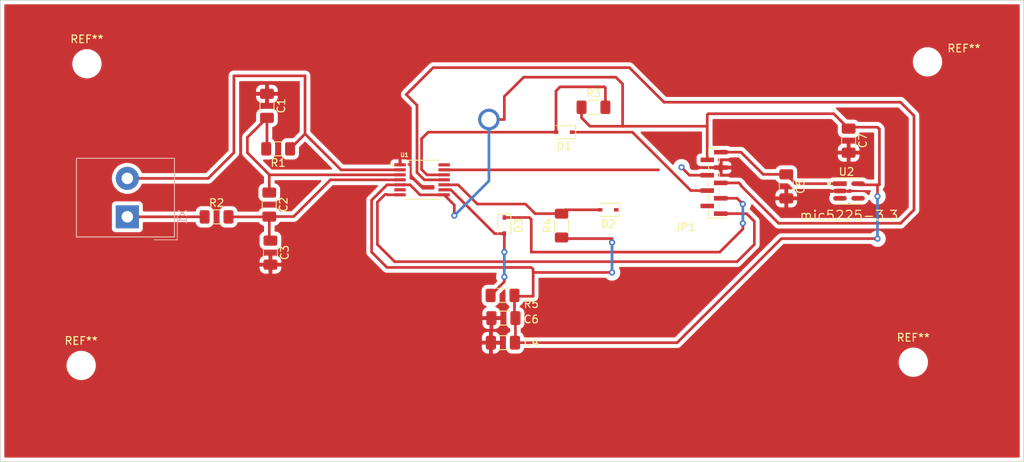
<source format=kicad_pcb>
(kicad_pcb (version 20211014) (generator pcbnew)
  (title_block (title "Thermocouple Amplifier ") (date "2022-08-03") (rev "0.0.0") (company "FirstLink Consulting Services") (comment 1 "I do not know what I  am doing "))
  (layers (0 "F.Cu" signal) (31 "B.Cu" signal) (34 "B.Paste" user) (35 "F.Paste" user) (36 "B.SilkS" user "B.Silkscreen") (37 "F.SilkS" user "F.Silkscreen") (38 "B.Mask" user) (39 "F.Mask" user) (44 "Edge.Cuts" user))
  (net 0 "")
  (net 1 "Net-(C1-Pad2)")
  (net 2 "Net-(C2-Pad2)")
  (net 3 "+3V3")
  (net 4 "VDD")
  (net 5 "Net-(D1-Pad1)")
  (net 6 "Net-(D1-Pad2)")
  (net 7 "Net-(D2-Pad1)")
  (net 8 "Net-(D2-Pad2)")
  (net 9 "Net-(D3-Pad1)")
  (net 10 "Net-(D3-Pad2)")
  (net 11 "/DRDY")
  (net 12 "Net-(JP1-Pad2)")
  (net 13 "Net-(JP1-Pad5)")
  (net 14 "Net-(R1-Pad1)")
  (net 15 "Net-(R2-Pad1)")
  (net 16 "GNDD")
  (footprint "Capacitor_SMD:C_1206_3216Metric_Pad1.33x1.80mm_HandSolder" (layer "F.Cu") (at 184.15 109.2 -90)
    (fp_text reference "C5" (at 0 -1.85 90) (layer "F.SilkS"))
    (fp_text value "10uF")
    (fp_line (start -0.711252 0.91) (end 0.711252 0.91) (layer "F.SilkS") (width 0.12))
    (fp_line (start -0.711252 -0.91) (end 0.711252 -0.91) (layer "F.SilkS") (width 0.12))
    (pad "1" smd roundrect (at -1.5625 0 270) (size 1.325 1.8) (layers "F.Cu" "F.Paste" "F.Mask") (roundrect_rratio 0.188679) (net 4 "VDD"))
    (pad "2" smd roundrect (at 1.5625 0 270) (size 1.325 1.8) (layers "F.Cu" "F.Paste" "F.Mask") (roundrect_rratio 0.188679) (net 16 "GNDD"))
  )
  (footprint "Capacitor_SMD:C_1206_3216Metric_Pad1.33x1.80mm_HandSolder" (layer "F.Cu") (at 117.1 117.82 -90)
    (fp_text reference "C3" (at 0 -1.85 90) (layer "F.SilkS"))
    (fp_text value "0.01uF")
    (fp_line (start -0.711252 -0.91) (end 0.711252 -0.91) (layer "F.SilkS") (width 0.12))
    (fp_line (start -0.711252 0.91) (end 0.711252 0.91) (layer "F.SilkS") (width 0.12))
    (pad "1" smd roundrect (at -1.5625 0 270) (size 1.325 1.8) (layers "F.Cu" "F.Paste" "F.Mask") (roundrect_rratio 0.188679) (net 2 "Net-(C2-Pad2)"))
    (pad "2" smd roundrect (at 1.5625 0 270) (size 1.325 1.8) (layers "F.Cu" "F.Paste" "F.Mask") (roundrect_rratio 0.188679) (net 16 "GNDD"))
  )
  (footprint "Resistor_SMD:R_1206_3216Metric_Pad1.30x1.75mm_HandSolder" (layer "F.Cu") (at 118.1 104.32 180)
    (fp_text reference "R1" (at 0 -1.82) (layer "F.SilkS"))
    (fp_text value "100")
    (fp_line (start -0.727064 0.91) (end 0.727064 0.91) (layer "F.SilkS") (width 0.12))
    (fp_line (start -0.727064 -0.91) (end 0.727064 -0.91) (layer "F.SilkS") (width 0.12))
    (pad "1" smd roundrect (at -1.55 0 180) (size 1.3 1.75) (layers "F.Cu" "F.Paste" "F.Mask") (roundrect_rratio 0.192308) (net 14 "Net-(R1-Pad1)"))
    (pad "2" smd roundrect (at 1.55 0 180) (size 1.3 1.75) (layers "F.Cu" "F.Paste" "F.Mask") (roundrect_rratio 0.192308) (net 1 "Net-(C1-Pad2)"))
  )
  (footprint "Connector_PinHeader_1.00mm:PinHeader_1x09_P1.00mm_Vertical_SMD_Pin1Left" (layer "F.Cu") (at 174.75 108.75 180)
    (fp_text reference "JP1" (at 3.75 -5.75) (layer "F.SilkS"))
    (fp_text value "HEADER-1X970MIL")
    (fp_line (start -0.695 -4.56) (end -1.69 -4.56) (layer "F.SilkS") (width 0.12))
    (fp_line (start -0.695 -4.56) (end -0.695 -4.56) (layer "F.SilkS") (width 0.12))
    (fp_line (start -0.695 2.56) (end -0.695 3.44) (layer "F.SilkS") (width 0.12))
    (fp_line (start -0.695 -3.44) (end -0.695 -2.56) (layer "F.SilkS") (width 0.12))
    (fp_line (start 0.695 4.56) (end 0.695 4.56) (layer "F.SilkS") (width 0.12))
    (fp_line (start 0.695 -2.44) (end 0.695 -1.56) (layer "F.SilkS") (width 0.12))
    (fp_line (start 0.695 -0.44) (end 0.695 0.44) (layer "F.SilkS") (width 0.12))
    (fp_line (start 0.695 -4.56) (end 0.695 -3.56) (layer "F.SilkS") (width 0.12))
    (fp_line (start -0.695 0.56) (end -0.695 1.44) (layer "F.SilkS") (width 0.12))
    (fp_line (start -0.695 -4.56) (end 0.695 -4.56) (layer "F.SilkS") (width 0.12))
    (fp_line (start 0.695 3.56) (end 0.695 4.56) (layer "F.SilkS") (width 0.12))
    (fp_line (start -0.695 4.56) (end 0.695 4.56) (layer "F.SilkS") (width 0.12))
    (fp_line (start 0.695 1.56) (end 0.695 2.44) (layer "F.SilkS") (width 0.12))
    (fp_line (start -0.695 -1.44) (end -0.695 -0.56) (layer "F.SilkS") (width 0.12))
    (pad "1" smd rect (at -0.875 -4 180) (size 1.75 0.6) (layers "F.Cu" "F.Paste" "F.Mask") (net 11 "/DRDY"))
    (pad "2" smd rect (at 0.875 1 180) (size 1.75 0.6) (layers "F.Cu" "F.Paste" "F.Mask") (net 12 "Net-(JP1-Pad2)"))
    (pad "3" smd rect (at -0.875 -2 180) (size 1.75 0.6) (layers "F.Cu" "F.Paste" "F.Mask") (net 9 "Net-(D3-Pad1)"))
    (pad "4" smd rect (at 0.875 -1 180) (size 1.75 0.6) (layers "F.Cu" "F.Paste" "F.Mask") (net 5 "Net-(D1-Pad1)"))
    (pad "5" smd rect (at -0.875 0 180) (size 1.75 0.6) (layers "F.Cu" "F.Paste" "F.Mask") (net 13 "Net-(JP1-Pad5)"))
    (pad "6" smd rect (at 0.875 -3 180) (size 1.75 0.6) (layers "F.Cu" "F.Paste" "F.Mask") (net 7 "Net-(D2-Pad1)"))
    (pad "7" smd rect (at -0.875 2 180) (size 1.75 0.6) (layers "F.Cu" "F.Paste" "F.Mask") (net 16 "GNDD"))
    (pad "8" smd rect (at 0.875 3 180) (size 1.75 0.6) (layers "F.Cu" "F.Paste" "F.Mask") (net 3 "+3V3"))
    (pad "9" smd rect (at -0.875 4 180) (size 1.75 0.6) (layers "F.Cu" "F.Paste" "F.Mask") (net 4 "VDD"))
  )
  (footprint "MountingHole:MountingHole_2.1mm" (layer "F.Cu") (at 200.66 132.08)
    (fp_text reference "REF**" (at 0 -3.2) (layer "F.SilkS"))
    (fp_text value "MountingHole_2.1mm")
    (pad "" np_thru_hole circle (at 0 0) (size 2.1 2.1) (drill 2.1) (layers *.Cu *.Mask))
  )
  (footprint "MountingHole:MountingHole_2.1mm" (layer "F.Cu") (at 93.25 93.25)
    (fp_text reference "REF**" (at 0 -3.2) (layer "F.SilkS"))
    (fp_text value "MountingHole_2.1mm")
    (pad "" np_thru_hole circle (at 0 0) (size 2.1 2.1) (drill 2.1) (layers *.Cu *.Mask))
    (pad "" np_thru_hole circle (at 0 0) (size 2.1 2.1) (drill 2.1) (layers *.Cu *.Mask))
  )
  (footprint "Diode_SMD:D_SOD-323" (layer "F.Cu") (at 147.5 114.3 -90)
    (fp_text reference "D3" (at 0 -1.85 90) (layer "F.SilkS"))
    (fp_text value "1N4148")
    (fp_line (start -1.5 0.85) (end 1.05 0.85) (layer "F.SilkS") (width 0.12))
    (fp_line (start -1.5 -0.85) (end 1.05 -0.85) (layer "F.SilkS") (width 0.12))
    (fp_line (start -1.5 -0.85) (end -1.5 0.85) (layer "F.SilkS") (width 0.12))
    (pad "1" smd rect (at -1.05 0 270) (size 0.6 0.45) (layers "F.Cu" "F.Paste" "F.Mask") (net 9 "Net-(D3-Pad1)"))
    (pad "2" smd rect (at 1.05 0 270) (size 0.6 0.45) (layers "F.Cu" "F.Paste" "F.Mask") (net 10 "Net-(D3-Pad2)"))
  )
  (footprint "MountingHole:MountingHole_2.1mm" (layer "F.Cu") (at 92.5 132.5)
    (fp_text reference "REF**" (at 0 -3.2) (layer "F.SilkS"))
    (fp_text value "MountingHole_2.1mm")
    (pad "" np_thru_hole circle (at 0 0) (size 2.1 2.1) (drill 2.1) (layers *.Cu *.Mask))
  )
  (footprint "Resistor_SMD:R_1206_3216Metric_Pad1.30x1.75mm_HandSolder" (layer "F.Cu") (at 110.1 113.17)
    (fp_text reference "R2" (at 0 -1.82) (layer "F.SilkS"))
    (fp_text value "100")
    (fp_line (start -0.727064 -0.91) (end 0.727064 -0.91) (layer "F.SilkS") (width 0.12))
    (fp_line (start -0.727064 0.91) (end 0.727064 0.91) (layer "F.SilkS") (width 0.12))
    (pad "1" smd roundrect (at -1.55 0) (size 1.3 1.75) (layers "F.Cu" "F.Paste" "F.Mask") (roundrect_rratio 0.192308) (net 15 "Net-(R2-Pad1)"))
    (pad "2" smd roundrect (at 1.55 0) (size 1.3 1.75) (layers "F.Cu" "F.Paste" "F.Mask") (roundrect_rratio 0.192308) (net 2 "Net-(C2-Pad2)"))
  )
  (footprint "Capacitor_SMD:C_1206_3216Metric_Pad1.33x1.80mm_HandSolder" (layer "F.Cu") (at 116.65 98.72 -90)
    (fp_text reference "C1" (at 0 -1.85 90) (layer "F.SilkS"))
    (fp_text value "0.01uF")
    (fp_line (start -0.711252 -0.91) (end 0.711252 -0.91) (layer "F.SilkS") (width 0.12))
    (fp_line (start -0.711252 0.91) (end 0.711252 0.91) (layer "F.SilkS") (width 0.12))
    (pad "1" smd roundrect (at -1.5625 0 270) (size 1.325 1.8) (layers "F.Cu" "F.Paste" "F.Mask") (roundrect_rratio 0.188679) (net 16 "GNDD"))
    (pad "2" smd roundrect (at 1.5625 0 270) (size 1.325 1.8) (layers "F.Cu" "F.Paste" "F.Mask") (roundrect_rratio 0.188679) (net 1 "Net-(C1-Pad2)"))
  )
  (footprint "Capacitor_SMD:C_1206_3216Metric_Pad1.33x1.80mm_HandSolder" (layer "F.Cu") (at 147.3825 126.34 180)
    (fp_text reference "C6" (at -3.6175 -0.16) (layer "F.SilkS"))
    (fp_text value "0.1uF")
    (fp_line (start -0.711252 0.91) (end 0.711252 0.91) (layer "F.SilkS") (width 0.12))
    (fp_line (start -0.711252 -0.91) (end 0.711252 -0.91) (layer "F.SilkS") (width 0.12))
    (pad "1" smd roundrect (at -1.5625 0 180) (size 1.325 1.8) (layers "F.Cu" "F.Paste" "F.Mask") (roundrect_rratio 0.188679) (net 3 "+3V3"))
    (pad "2" smd roundrect (at 1.5625 0 180) (size 1.325 1.8) (layers "F.Cu" "F.Paste" "F.Mask") (roundrect_rratio 0.188679) (net 16 "GNDD"))
  )
  (footprint "Capacitor_SMD:C_1206_3216Metric_Pad1.33x1.80mm_HandSolder" (layer "F.Cu") (at 147.32 129.54 180)
    (fp_text reference "C4" (at -3.68 0.04) (layer "F.SilkS"))
    (fp_text value "0.1uF")
    (fp_line (start -0.711252 -0.91) (end 0.711252 -0.91) (layer "F.SilkS") (width 0.12))
    (fp_line (start -0.711252 0.91) (end 0.711252 0.91) (layer "F.SilkS") (width 0.12))
    (pad "1" smd roundrect (at -1.5625 0 180) (size 1.325 1.8) (layers "F.Cu" "F.Paste" "F.Mask") (roundrect_rratio 0.188679) (net 3 "+3V3"))
    (pad "2" smd roundrect (at 1.5625 0 180) (size 1.325 1.8) (layers "F.Cu" "F.Paste" "F.Mask") (roundrect_rratio 0.188679) (net 16 "GNDD"))
  )
  (footprint "Capacitor_SMD:C_1206_3216Metric_Pad1.33x1.80mm_HandSolder" (layer "F.Cu") (at 192.25 103.25 -90)
    (fp_text reference "C7" (at 0 -1.85 90) (layer "F.SilkS"))
    (fp_text value "10uF")
    (fp_line (start -0.711252 0.91) (end 0.711252 0.91) (layer "F.SilkS") (width 0.12))
    (fp_line (start -0.711252 -0.91) (end 0.711252 -0.91) (layer "F.SilkS") (width 0.12))
    (pad "1" smd roundrect (at -1.5625 0 270) (size 1.325 1.8) (layers "F.Cu" "F.Paste" "F.Mask") (roundrect_rratio 0.188679) (net 3 "+3V3"))
    (pad "2" smd roundrect (at 1.5625 0 270) (size 1.325 1.8) (layers "F.Cu" "F.Paste" "F.Mask") (roundrect_rratio 0.188679) (net 16 "GNDD"))
  )
  (footprint "Resistor_SMD:R_1206_3216Metric_Pad1.30x1.75mm_HandSolder" (layer "F.Cu") (at 159.09 98.91)
    (fp_text reference "R3" (at 0 -1.82) (layer "F.SilkS"))
    (fp_text value "10K")
    (fp_line (start -0.727064 -0.91) (end 0.727064 -0.91) (layer "F.SilkS") (width 0.12))
    (fp_line (start -0.727064 0.91) (end 0.727064 0.91) (layer "F.SilkS") (width 0.12))
    (pad "1" smd roundrect (at -1.55 0) (size 1.3 1.75) (layers "F.Cu" "F.Paste" "F.Mask") (roundrect_rratio 0.192308) (net 3 "+3V3"))
    (pad "2" smd roundrect (at 1.55 0) (size 1.3 1.75) (layers "F.Cu" "F.Paste" "F.Mask") (roundrect_rratio 0.192308) (net 6 "Net-(D1-Pad2)"))
  )
  (footprint "MountingHole:MountingHole_2.1mm" (layer "F.Cu") (at 202.5 93)
    (fp_text reference "REF**" (at 4.75 -1.75) (layer "F.SilkS"))
    (fp_text value "MountingHole_2.1mm")
    (pad "" np_thru_hole circle (at 0 0) (size 2.1 2.1) (drill 2.1) (layers *.Cu *.Mask))
  )
  (footprint "MAX31856MUD_:SOP65P640X110-14N" (layer "F.Cu") (at 136.809 108.35)
    (fp_text reference "U1" (at -2.285858 -3.240391) (layer "F.SilkS") (effects (font (size 0.514253 0.514253))))
    (fp_text value "MAX31856")
    (fp_line (start 2.25 -2.55) (end -2.25 -2.55) (layer "F.SilkS") (width 0.127))
    (fp_line (start -2.25 2.55) (end 2.25 2.55) (layer "F.SilkS") (width 0.127))
    (fp_circle (center -3.964 -1.932) (end -3.864 -1.932) (layer "F.SilkS") (width 0.2) (fill none))
    (pad "1" smd roundrect locked (at -2.865 -1.95) (size 1.48 0.41) (layers "F.Cu" "F.Paste" "F.Mask") (roundrect_rratio 0.02) (net 16 "GNDD"))
    (pad "2" smd roundrect locked (at -2.865 -1.3) (size 1.48 0.41) (layers "F.Cu" "F.Paste" "F.Mask") (roundrect_rratio 0.02) (net 14 "Net-(R1-Pad1)"))
    (pad "3" smd roundrect locked (at -2.865 -0.65) (size 1.48 0.41) (layers "F.Cu" "F.Paste" "F.Mask") (roundrect_rratio 0.02) (net 1 "Net-(C1-Pad2)"))
    (pad "4" smd roundrect locked (at -2.865 0) (size 1.48 0.41) (layers "F.Cu" "F.Paste" "F.Mask") (roundrect_rratio 0.02) (net 2 "Net-(C2-Pad2)"))
    (pad "5" smd roundrect locked (at -2.865 0.65) (size 1.48 0.41) (layers "F.Cu" "F.Paste" "F.Mask") (roundrect_rratio 0.02) (net 3 "+3V3"))
    (pad "6" smd roundrect locked (at -2.865 1.3) (size 1.48 0.41) (layers "F.Cu" "F.Paste" "F.Mask") (roundrect_rratio 0.02))
    (pad "7" smd roundrect locked (at -2.865 1.95) (size 1.48 0.41) (layers "F.Cu" "F.Paste" "F.Mask") (roundrect_rratio 0.02) (net 11 "/DRDY"))
    (pad "8" smd roundrect locked (at 2.865 1.95 180) (size 1.48 0.41) (layers "F.Cu" "F.Paste" "F.Mask") (roundrect_rratio 0.02) (net 3 "+3V3"))
    (pad "9" smd roundrect locked (at 2.865 1.3 180) (size 1.48 0.41) (layers "F.Cu" "F.Paste" "F.Mask") (roundrect_rratio 0.02) (net 10 "Net-(D3-Pad2)"))
    (pad "10" smd roundrect locked (at 2.865 0.65 180) (size 1.48 0.41) (layers "F.Cu" "F.Paste" "F.Mask") (roundrect_rratio 0.02) (net 8 "Net-(D2-Pad2)"))
    (pad "11" smd roundrect locked (at 2.865 0 180) (size 1.48 0.41) (layers "F.Cu" "F.Paste" "F.Mask") (roundrect_rratio 0.02) (net 13 "Net-(JP1-Pad5)"))
    (pad "12" smd roundrect locked (at 2.865 -0.65 180) (size 1.48 0.41) (layers "F.Cu" "F.Paste" "F.Mask") (roundrect_rratio 0.02) (net 6 "Net-(D1-Pad2)"))
    (pad "13" smd roundrect locked (at 2.865 -1.3 180) (size 1.48 0.41) (layers "F.Cu" "F.Paste" "F.Mask") (roundrect_rratio 0.02) (net 12 "Net-(JP1-Pad2)"))
    (pad "14" smd roundrect locked (at 2.865 -1.95 180) (size 1.48 0.41) (layers "F.Cu" "F.Paste" "F.Mask") (roundrect_rratio 0.02))
  )
  (footprint "Diode_SMD:D_SOD-323" (layer "F.Cu") (at 161 112.25 180)
    (fp_text reference "D2" (at 0 -1.85) (layer "F.SilkS"))
    (fp_text value "1N4148")
    (fp_line (start -1.5 -0.85) (end 1.05 -0.85) (layer "F.SilkS") (width 0.12))
    (fp_line (start -1.5 0.85) (end 1.05 0.85) (layer "F.SilkS") (width 0.12))
    (fp_line (start -1.5 -0.85) (end -1.5 0.85) (layer "F.SilkS") (width 0.12))
    (pad "1" smd rect (at -1.05 0 180) (size 0.6 0.45) (layers "F.Cu" "F.Paste" "F.Mask") (net 7 "Net-(D2-Pad1)"))
    (pad "2" smd rect (at 1.05 0 180) (size 0.6 0.45) (layers "F.Cu" "F.Paste" "F.Mask") (net 8 "Net-(D2-Pad2)"))
  )
  (footprint "Resistor_SMD:R_1206_3216Metric_Pad1.30x1.75mm_HandSolder" (layer "F.Cu") (at 154.94 114.3 90)
    (fp_text reference "R4" (at 0 -1.82 90) (layer "F.SilkS"))
    (fp_text value "10K")
    (fp_line (start -0.727064 -0.91) (end 0.727064 -0.91) (layer "F.SilkS") (width 0.12))
    (fp_line (start -0.727064 0.91) (end 0.727064 0.91) (layer "F.SilkS") (width 0.12))
    (pad "1" smd roundrect (at -1.55 0 90) (size 1.3 1.75) (layers "F.Cu" "F.Paste" "F.Mask") (roundrect_rratio 0.192308) (net 3 "+3V3"))
    (pad "2" smd roundrect (at 1.55 0 90) (size 1.3 1.75) (layers "F.Cu" "F.Paste" "F.Mask") (roundrect_rratio 0.192308) (net 8 "Net-(D2-Pad2)"))
  )
  (footprint "Resistor_SMD:R_1206_3216Metric_Pad1.30x1.75mm_HandSolder" (layer "F.Cu") (at 147.27 123.39 180)
    (fp_text reference "R5" (at -3.73 -1.11) (layer "F.SilkS"))
    (fp_text value "10K")
    (fp_line (start -0.727064 0.91) (end 0.727064 0.91) (layer "F.SilkS") (width 0.12))
    (fp_line (start -0.727064 -0.91) (end 0.727064 -0.91) (layer "F.SilkS") (width 0.12))
    (pad "1" smd roundrect (at -1.55 0 180) (size 1.3 1.75) (layers "F.Cu" "F.Paste" "F.Mask") (roundrect_rratio 0.192308) (net 3 "+3V3"))
    (pad "2" smd roundrect (at 1.55 0 180) (size 1.3 1.75) (layers "F.Cu" "F.Paste" "F.Mask") (roundrect_rratio 0.192308) (net 10 "Net-(D3-Pad2)"))
  )
  (footprint "Capacitor_SMD:C_1206_3216Metric_Pad1.33x1.80mm_HandSolder" (layer "F.Cu") (at 116.95 111.57 -90)
    (fp_text reference "C2" (at 0 -1.85 90) (layer "F.SilkS"))
    (fp_text value "0.01uF")
    (fp_line (start -0.711252 0.91) (end 0.711252 0.91) (layer "F.SilkS") (width 0.12))
    (fp_line (start -0.711252 -0.91) (end 0.711252 -0.91) (layer "F.SilkS") (width 0.12))
    (pad "1" smd roundrect (at -1.5625 0 270) (size 1.325 1.8) (layers "F.Cu" "F.Paste" "F.Mask") (roundrect_rratio 0.188679) (net 1 "Net-(C1-Pad2)"))
    (pad "2" smd roundrect (at 1.5625 0 270) (size 1.325 1.8) (layers "F.Cu" "F.Paste" "F.Mask") (roundrect_rratio 0.188679) (net 2 "Net-(C2-Pad2)"))
  )
  (footprint "Diode_SMD:D_SOD-323" (layer "F.Cu") (at 155.27 102.15 180)
    (fp_text reference "D1" (at 0 -1.85) (layer "F.SilkS"))
    (fp_text value "1N4148")
    (fp_line (start -1.5 0.85) (end 1.05 0.85) (layer "F.SilkS") (width 0.12))
    (fp_line (start -1.5 -0.85) (end -1.5 0.85) (layer "F.SilkS") (width 0.12))
    (fp_line (start -1.5 -0.85) (end 1.05 -0.85) (layer "F.SilkS") (width 0.12))
    (pad "1" smd rect (at -1.05 0 180) (size 0.6 0.45) (layers "F.Cu" "F.Paste" "F.Mask") (net 5 "Net-(D1-Pad1)"))
    (pad "2" smd rect (at 1.05 0 180) (size 0.6 0.45) (layers "F.Cu" "F.Paste" "F.Mask") (net 6 "Net-(D1-Pad2)"))
  )
  (footprint "IC_Microchip Technology_MIC5225-3:Microchip_Technology-SOT23-5LD-PL-1-0-0-IPC_A" (layer "F.Cu") (at 192.3 109.8)
    (fp_text reference "U2" (at -1.4281 -2.5) (layer "F.SilkS") (effects (justify left)))
    (fp_text value "mic5225-3.3" (at 0 3.2) (layer "F.SilkS") (effects (font (size 1.27 1.27))))
    (fp_line (start -1.4 1.7) (end 1.4 1.7) (layer "F.SilkS") (width 0.15))
    (fp_line (start -1.4 -1.7) (end 1.4 -1.7) (layer "F.SilkS") (width 0.15))
    (fp_circle (center -2.6031 -0.95) (end -2.4781 -0.95) (layer "F.SilkS") (width 0.25) (fill none))
    (pad "1" smd rect locked (at -1.175281 -0.95) (size 1.755639 0.609807) (layers "F.Cu" "F.Paste" "F.Mask") (net 4 "VDD"))
    (pad "2" smd roundrect locked (at -1.175281 0.000001) (size 1.755639 0.609807) (layers "F.Cu" "F.Paste" "F.Mask") (roundrect_rratio 0.5) (net 16 "GNDD"))
    (pad "3" smd roundrect locked (at -1.175281 0.950001) (size 1.755639 0.609807) (layers "F.Cu" "F.Paste" "F.Mask") (roundrect_rratio 0.5) (net 4 "VDD"))
    (pad "4" smd roundrect locked (at 1.175282 0.950001) (size 1.755639 0.609807) (layers "F.Cu" "F.Paste" "F.Mask") (roundrect_rratio 0.5))
    (pad "5" smd roundrect locked (at 1.175282 -0.95) (size 1.755639 0.609807) (layers "F.Cu" "F.Paste" "F.Mask") (roundrect_rratio 0.5) (net 3 "+3V3"))
  )
  (footprint "TerminalBlock_Altech:Altech_AK300_1x02_P5.00mm_45-Degree" (layer "B.Cu") (at 98.5 113.16 90)
    (fp_text reference "X1" (at 0 7.2 90) (layer "B.SilkS") (effects (justify mirror)))
    (fp_text value "3.5mm term")
    (fp_line (start -2.62 -6.62) (end 7.62 -6.62) (layer "B.SilkS") (width 0.12))
    (fp_line (start 7.62 6.12) (end 7.62 -6.62) (layer "B.SilkS") (width 0.12))
    (fp_line (start -2.62 6.12) (end 7.62 6.12) (layer "B.SilkS") (width 0.12))
    (fp_line (start -3 3.5) (end -3 6.5) (layer "B.SilkS") (width 0.12))
    (fp_line (start -2.62 6.12) (end -2.62 -6.62) (layer "B.SilkS") (width 0.12))
    (fp_line (start -3 6.5) (end 0 6.5) (layer "B.SilkS") (width 0.12))
    (fp_line (start -2.62 -6.62) (end 7.62 -6.62) (layer "B.SilkS") (width 0.12))
    (fp_line (start -2.62 6.12) (end -2.62 -6.62) (layer "B.SilkS") (width 0.12))
    (fp_line (start 7.62 6.12) (end 7.62 -6.62) (layer "B.SilkS") (width 0.12))
    (fp_line (start -2.62 6.12) (end 7.62 6.12) (layer "B.SilkS") (width 0.12))
    (pad "1" thru_hole rect (at 0 0 90) (size 3 3) (drill 1.5) (layers *.Cu *.Mask) (net 15 "Net-(R2-Pad1)"))
    (pad "2" thru_hole circle (at 5 0 90) (size 3 3) (drill 1.5) (layers *.Cu *.Mask) (net 14 "Net-(R1-Pad1)"))
  )
  (gr_rect (start 215 145) (end 82 85) (layer "Edge.Cuts") (width 0.1) (fill none))
  (segment (start 114.1 102.8325) (end 116.65 100.2825) (width 0.35) (layer "F.Cu") (net 1))
  (segment (start 116.95 110.0075) (end 116.95 107.67) (width 0.35) (layer "F.Cu") (net 1))
  (segment (start 133.944 107.7) (end 116.98 107.7) (width 0.35) (layer "F.Cu") (net 1))
  (segment (start 116.65 100.2825) (end 116.65 104.22) (width 0.35) (layer "F.Cu") (net 1))
  (segment (start 116.65 104.22) (end 116.55 104.32) (width 0.35) (layer "F.Cu") (net 1))
  (segment (start 116.95 107.67) (end 116.515 107.235) (width 0.35) (layer "F.Cu") (net 1))
  (segment (start 114.1 104.82) (end 114.1 102.8325) (width 0.35) (layer "F.Cu") (net 1))
  (segment (start 116.515 107.235) (end 114.1 104.82) (width 0.35) (layer "F.Cu") (net 1))
  (segment (start 116.98 107.7) (end 116.95 107.67) (width 0.35) (layer "F.Cu") (net 1))
  (segment (start 116.95 113.1325) (end 116.95 116.1075) (width 0.35) (layer "F.Cu") (net 2))
  (segment (start 133.944 108.35) (end 124.9 108.35) (width 0.35) (layer "F.Cu") (net 2))
  (segment (start 124.9 108.35) (end 120.1175 113.1325) (width 0.35) (layer "F.Cu") (net 2))
  (segment (start 111.65 113.17) (end 116.9125 113.17) (width 0.35) (layer "F.Cu") (net 2))
  (segment (start 116.95 116.1075) (end 117.1 116.2575) (width 0.35) (layer "F.Cu") (net 2))
  (segment (start 120.1175 113.1325) (end 116.95 113.1325) (width 0.35) (layer "F.Cu") (net 2))
  (segment (start 116.9125 113.17) (end 116.95 113.1325) (width 0.35) (layer "F.Cu") (net 2))
  (segment (start 162.875 95.875) (end 162 95) (width 0.35) (layer "F.Cu") (net 3))
  (segment (start 173.875 101.375) (end 173.875 105.75) (width 0.35) (layer "F.Cu") (net 3))
  (segment (start 158.625 101.375) (end 162.875 101.375) (width 0.35) (layer "F.Cu") (net 3))
  (segment (start 196 109) (end 196.25 109) (width 0.35) (layer "F.Cu") (net 3))
  (segment (start 161.5 120.4) (end 151.4 120.4) (width 0.35) (layer "F.Cu") (net 3))
  (segment (start 193.475282 108.85) (end 193.625282 109) (width 0.35) (layer "F.Cu") (net 3))
  (segment (start 151.25 120) (end 151.25 120.25) (width 0.35) (layer "F.Cu") (net 3))
  (segment (start 130.25 117.75) (end 132.25 119.75) (width 0.35) (layer "F.Cu") (net 3))
  (segment (start 135.25 109) (end 133.944 109) (width 0.35) (layer "F.Cu") (net 3))
  (segment (start 132.25 109) (end 130.25 111) (width 0.35) (layer "F.Cu") (net 3))
  (segment (start 148.945 129.4775) (end 148.8825 129.54) (width 0.35) (layer "F.Cu") (net 3))
  (segment (start 155.09 116) (end 161.5 116) (width 0.35) (layer "F.Cu") (net 3))
  (segment (start 151.25 123.5) (end 148.93 123.5) (width 0.35) (layer "F.Cu") (net 3))
  (segment (start 133.944 109) (end 132.25 109) (width 0.35) (layer "F.Cu") (net 3))
  (segment (start 151.25 120.25) (end 151.25 123.5) (width 0.35) (layer "F.Cu") (net 3))
  (segment (start 192.4375 101.5) (end 192.25 101.6875) (width 0.35) (layer "F.Cu") (net 3))
  (segment (start 169.96 129.54) (end 148.8825 129.54) (width 0.35) (layer "F.Cu") (net 3))
  (segment (start 141 113) (end 141 111.626) (width 0.35) (layer "F.Cu") (net 3))
  (segment (start 148.945 126.34) (end 148.945 129.4775) (width 0.35) (layer "F.Cu") (net 3))
  (segment (start 151.4 120.4) (end 151.25 120.25) (width 0.35) (layer "F.Cu") (net 3))
  (segment (start 196 109) (end 196 110.5) (width 0.35) (layer "F.Cu") (net 3))
  (segment (start 141 111.626) (end 139.674 110.3) (width 0.35) (layer "F.Cu") (net 3))
  (segment (start 190.3125 99.75) (end 174 99.75) (width 0.35) (layer "F.Cu") (net 3))
  (segment (start 161.5 116) (end 161.5 116.5) (width 0.35) (layer "F.Cu") (net 3))
  (segment (start 147.5 100.5) (end 145.5 100.5) (width 0.35) (layer "F.Cu") (net 3))
  (segment (start 193.625282 109) (end 196 109) (width 0.35) (layer "F.Cu") (net 3))
  (segment (start 136.55 110.3) (end 135.25 109) (width 0.35) (layer "F.Cu") (net 3))
  (segment (start 147.5 97.5) (end 147.5 100.5) (width 0.35) (layer "F.Cu") (net 3))
  (segment (start 157.54 98.91) (end 157.54 100.29) (width 0.35) (layer "F.Cu") (net 3))
  (segment (start 139.674 110.3) (end 136.55 110.3) (width 0.35) (layer "F.Cu") (net 3))
  (segment (start 154.94 115.85) (end 155.09 116) (width 0.35) (layer "F.Cu") (net 3))
  (segment (start 148.82 123.39) (end 148.82 126.215) (width 0.35) (layer "F.Cu") (net 3))
  (segment (start 173.875 99.875) (end 173.875 101.375) (width 0.35) (layer "F.Cu") (net 3))
  (segment (start 192.25 101.6875) (end 190.3125 99.75) (width 0.35) (layer "F.Cu") (net 3))
  (segment (start 174 99.75) (end 173.875 99.875) (width 0.35) (layer "F.Cu") (net 3))
  (segment (start 162.875 101.375) (end 173.875 101.375) (width 0.35) (layer "F.Cu") (net 3))
  (segment (start 196.25 101.75) (end 196 101.5) (width 0.35) (layer "F.Cu") (net 3))
  (segment (start 157.54 100.29) (end 158.625 101.375) (width 0.35) (layer "F.Cu") (net 3))
  (segment (start 132.25 119.75) (end 151 119.75) (width 0.35) (layer "F.Cu") (net 3))
  (segment (start 196 116) (end 183.5 116) (width 0.35) (layer "F.Cu") (net 3))
  (segment (start 162.875 101.375) (end 162.875 95.875) (width 0.35) (layer "F.Cu") (net 3))
  (segment (start 162 95) (end 150 95) (width 0.35) (layer "F.Cu") (net 3))
  (segment (start 196.25 109) (end 196.25 101.75) (width 0.35) (layer "F.Cu") (net 3))
  (segment (start 150 95) (end 147.5 97.5) (width 0.35) (layer "F.Cu") (net 3))
  (segment (start 130.25 111) (end 130.25 117.75) (width 0.35) (layer "F.Cu") (net 3))
  (segment (start 148.82 126.215) (end 148.945 126.34) (width 0.35) (layer "F.Cu") (net 3))
  (segment (start 148.93 123.5) (end 148.82 123.39) (width 0.35) (layer "F.Cu") (net 3))
  (segment (start 196 101.5) (end 192.4375 101.5) (width 0.35) (layer "F.Cu") (net 3))
  (segment (start 183.5 116) (end 169.96 129.54) (width 0.35) (layer "F.Cu") (net 3))
  (segment (start 151 119.75) (end 151.25 120) (width 0.35) (layer "F.Cu") (net 3))
  (via (at 161.5 116.5) (size 0.8) (drill 0.4) (layers "F.Cu" "B.Cu") (net 3))
  (via (at 196 116) (size 0.8) (drill 0.4) (layers "F.Cu" "B.Cu") (net 3))
  (via (at 141 113) (size 0.8) (drill 0.4) (layers "F.Cu" "B.Cu") (net 3))
  (via (at 161.5 120.4) (size 0.8) (drill 0.4) (layers "F.Cu" "B.Cu") (net 3))
  (via (at 196 110.5) (size 0.8) (drill 0.4) (layers "F.Cu" "B.Cu") (net 3))
  (via (at 145.5 100.5) (size 2.8) (drill 2) (layers "F.Cu" "B.Cu") (net 3))
  (segment (start 196 110.5) (end 196 116) (width 0.35) (layer "B.Cu") (net 3))
  (segment (start 161.5 116.5) (end 161.5 120.4) (width 0.35) (layer "B.Cu") (net 3))
  (segment (start 145.5 100.5) (end 145.5 108.5) (width 0.35) (layer "B.Cu") (net 3))
  (segment (start 145.5 108.5) (end 141 113) (width 0.35) (layer "B.Cu") (net 3))
  (segment (start 185.3625 108.85) (end 191.124719 108.85) (width 0.35) (layer "F.Cu") (net 4))
  (segment (start 184.15 107.6375) (end 185.3625 108.85) (width 0.35) (layer "F.Cu") (net 4))
  (segment (start 178.25 104.75) (end 181.1375 107.6375) (width 0.35) (layer "F.Cu") (net 4))
  (segment (start 181.1375 107.6375) (end 184.15 107.6375) (width 0.35) (layer "F.Cu") (net 4))
  (segment (start 191.11222 110.7625) (end 191.124719 110.750001) (width 0.35) (layer "F.Cu") (net 4))
  (segment (start 175.625 104.75) (end 178.25 104.75) (width 0.35) (layer "F.Cu") (net 4))
  (segment (start 156.32 102.15) (end 164.15 102.15) (width 0.35) (layer "F.Cu") (net 5))
  (segment (start 171.75 109.75) (end 173.875 109.75) (width 0.35) (layer "F.Cu") (net 5))
  (segment (start 164.15 102.15) (end 171.75 109.75) (width 0.35) (layer "F.Cu") (net 5))
  (segment (start 137.6 102.15) (end 154.22 102.15) (width 0.35) (layer "F.Cu") (net 6))
  (segment (start 154.22 96.78) (end 154.75 96.25) (width 0.35) (layer "F.Cu") (net 6))
  (segment (start 160.64 96.39) (end 160.5 96.25) (width 0.35) (layer "F.Cu") (net 6))
  (segment (start 137.45 107.7) (end 136.75 107) (width 0.35) (layer "F.Cu") (net 6))
  (segment (start 160.5 96.25) (end 154.75 96.25) (width 0.35) (layer "F.Cu") (net 6))
  (segment (start 160.64 98.91) (end 160.64 96.39) (width 0.35) (layer "F.Cu") (net 6))
  (segment (start 136.75 107) (end 136.75 103) (width 0.35) (layer "F.Cu") (net 6))
  (segment (start 154.22 96.78) (end 154.22 102.15) (width 0.35) (layer "F.Cu") (net 6))
  (segment (start 139.674 107.7) (end 137.45 107.7) (width 0.35) (layer "F.Cu") (net 6))
  (segment (start 136.75 103) (end 137.6 102.15) (width 0.35) (layer "F.Cu") (net 6))
  (segment (start 150.25 111.5) (end 151.5 112.75) (width 0.35) (layer "F.Cu") (net 8))
  (segment (start 151.5 112.75) (end 154.94 112.75) (width 0.35) (layer "F.Cu") (net 8))
  (segment (start 144 111.5) (end 150.25 111.5) (width 0.35) (layer "F.Cu") (net 8))
  (segment (start 155.44 112.25) (end 154.94 112.75) (width 0.35) (layer "F.Cu") (net 8))
  (segment (start 159.95 112.25) (end 155.44 112.25) (width 0.35) (layer "F.Cu") (net 8))
  (segment (start 141.5 109) (end 144 111.5) (width 0.35) (layer "F.Cu") (net 8))
  (segment (start 139.674 109) (end 141.5 109) (width 0.35) (layer "F.Cu") (net 8))
  (segment (start 147.5 113.25) (end 150.75 113.25) (width 0.35) (layer "F.Cu") (net 9))
  (segment (start 178.5 114.75) (end 178.5 114) (width 0.35) (layer "F.Cu") (net 9))
  (segment (start 175.5 117.75) (end 178.5 114.75) (width 0.35) (layer "F.Cu") (net 9))
  (segment (start 175.625 110.75) (end 177.75 110.75) (width 0.35) (layer "F.Cu") (net 9))
  (segment (start 151 117.75) (end 175.5 117.75) (width 0.35) (layer "F.Cu") (net 9))
  (segment (start 150.75 113.25) (end 151 113.5) (width 0.35) (layer "F.Cu") (net 9))
  (segment (start 151 113.5) (end 151 117.75) (width 0.35) (layer "F.Cu") (net 9))
  (segment (start 177.75 110.75) (end 178.5 111.5) (width 0.35) (layer "F.Cu") (net 9))
  (via (at 178.5 111.5) (size 0.8) (drill 0.4) (layers "F.Cu" "B.Cu") (net 9))
  (via (at 178.5 114) (size 0.8) (drill 0.4) (layers "F.Cu" "B.Cu") (net 9))
  (segment (start 178.5 114) (end 178.5 111.5) (width 0.35) (layer "B.Cu") (net 9))
  (segment (start 140.551095 109.65) (end 146.251095 115.35) (width 0.35) (layer "F.Cu") (net 10))
  (segment (start 146.251095 115.35) (end 147.5 115.35) (width 0.35) (layer "F.Cu") (net 10))
  (segment (start 147.5 120.9745) (end 147.5 121.61) (width 0.35) (layer "F.Cu") (net 10))
  (segment (start 139.674 109.65) (end 140.551095 109.65) (width 0.35) (layer "F.Cu") (net 10))
  (segment (start 147.5 121.61) (end 145.72 123.39) (width 0.35) (layer "F.Cu") (net 10))
  (segment (start 147.5 115.35) (end 147.5 117.75) (width 0.35) (layer "F.Cu") (net 10))
  (via (at 147.5 117.75) (size 0.8) (drill 0.4) (layers "F.Cu" "B.Cu") (net 10))
  (via (at 147.5 120.9745) (size 0.8) (drill 0.4) (layers "F.Cu" "B.Cu") (net 10))
  (segment (start 147.5 117.75) (end 147.5 120.9745) (width 0.35) (layer "B.Cu") (net 10))
  (segment (start 180 116.75) (end 180 113.75) (width 0.35) (layer "F.Cu") (net 11))
  (segment (start 132.25 110.25) (end 132 110.25) (width 0.35) (layer "F.Cu") (net 11))
  (segment (start 133.944 110.3) (end 132.3 110.3) (width 0.35) (layer "F.Cu") (net 11))
  (segment (start 179 112.75) (end 175.625 112.75) (width 0.35) (layer "F.Cu") (net 11))
  (segment (start 132 110.25) (end 131 111.25) (width 0.35) (layer "F.Cu") (net 11))
  (segment (start 132.3 110.3) (end 132.25 110.25) (width 0.35) (layer "F.Cu") (net 11))
  (segment (start 133.25 119) (end 177.75 119) (width 0.35) (layer "F.Cu") (net 11))
  (segment (start 131 116.75) (end 133.25 119) (width 0.35) (layer "F.Cu") (net 11))
  (segment (start 180 113.75) (end 179 112.75) (width 0.35) (layer "F.Cu") (net 11))
  (segment (start 177.75 119) (end 180 116.75) (width 0.35) (layer "F.Cu") (net 11))
  (segment (start 131 111.25) (end 131 116.75) (width 0.35) (layer "F.Cu") (net 11))
  (segment (start 171.565686 107.75) (end 173.875 107.75) (width 0.35) (layer "F.Cu") (net 12))
  (segment (start 139.674 107.05) (end 167.55 107.05) (width 0.35) (layer "F.Cu") (net 12))
  (segment (start 170.532843 106.717157) (end 171.565686 107.75) (width 0.35) (layer "F.Cu") (net 12))
  (via (at 170.532843 106.717157) (size 0.8) (drill 0.4) (layers "F.Cu" "B.Cu") (net 12))
  (segment (start 178.25 109) (end 178.25 109.098528) (width 0.35) (layer "F.Cu") (net 13))
  (segment (start 137.1 108.35) (end 139.674 108.35) (width 0.35) (layer "F.Cu") (net 13))
  (segment (start 168.25 98.25) (end 163.75 93.75) (width 0.35) (layer "F.Cu") (net 13))
  (segment (start 138.25 93.75) (end 134.75 97.25) (width 0.35) (layer "F.Cu") (net 13))
  (segment (start 183.151472 114) (end 199 114) (width 0.35) (layer "F.Cu") (net 13))
  (segment (start 200.75 112.25) (end 200.75 100) (width 0.35) (layer "F.Cu") (net 13))
  (segment (start 163.75 93.75) (end 138.25 93.75) (width 0.35) (layer "F.Cu") (net 13))
  (segment (start 136.15 98.65) (end 136.15 107.4) (width 0.35) (layer "F.Cu") (net 13))
  (segment (start 200.75 100) (end 199 98.25) (width 0.35) (layer "F.Cu") (net 13))
  (segment (start 136.15 107.4) (end 137.1 108.35) (width 0.35) (layer "F.Cu") (net 13))
  (segment (start 199 114) (end 200.75 112.25) (width 0.35) (layer "F.Cu") (net 13))
  (segment (start 178 108.75) (end 178.25 109) (width 0.35) (layer "F.Cu") (net 13))
  (segment (start 199 98.25) (end 168.25 98.25) (width 0.35) (layer "F.Cu") (net 13))
  (segment (start 175.625 108.75) (end 178 108.75) (width 0.35) (layer "F.Cu") (net 13))
  (segment (start 134.75 97.25) (end 136.15 98.65) (width 0.35) (layer "F.Cu") (net 13))
  (segment (start 178.25 109.098528) (end 183.151472 114) (width 0.35) (layer "F.Cu") (net 13))
  (segment (start 112.35 104.82) (end 112.35 94.82) (width 0.35) (layer "F.Cu") (net 14))
  (segment (start 98.5 108.16) (end 109.01 108.16) (width 0.35) (layer "F.Cu") (net 14))
  (segment (start 109.01 108.16) (end 112.35 104.82) (width 0.35) (layer "F.Cu") (net 14))
  (segment (start 121.6 94.82) (end 121.6 102.37) (width 0.35) (layer "F.Cu") (net 14))
  (segment (start 112.35 94.82) (end 121.6 94.82) (width 0.35) (layer "F.Cu") (net 14))
  (segment (start 121.6 102.37) (end 119.65 104.32) (width 0.35) (layer "F.Cu") (net 14))
  (segment (start 126.28 107.05) (end 121.6 102.37) (width 0.35) (layer "F.Cu") (net 14))
  (segment (start 133.944 107.05) (end 126.28 107.05) (width 0.35) (layer "F.Cu") (net 14))
  (segment (start 108.54 113.16) (end 98.5 113.16) (width 0.35) (layer "F.Cu") (net 15))
  (segment (start 108.55 113.17) (end 108.54 113.16) (width 0.35) (layer "F.Cu") (net 15))
  (segment (start 191.124719 109.800001) (end 191.300001 109.800001) (width 0.35) (layer "F.Cu") (net 16))
  (zone (net 16) (net_name "GNDD") (layer "F.Cu") (connect_pads (clearance 0.508)) (min_thickness 0.254) (fill yes (thermal_gap 0.508) (thermal_bridge_width 0.508))
    (polygon (pts (xy 215 145) (xy 82 145) (xy 82 85) (xy 215 85)))
  )
)
</source>
